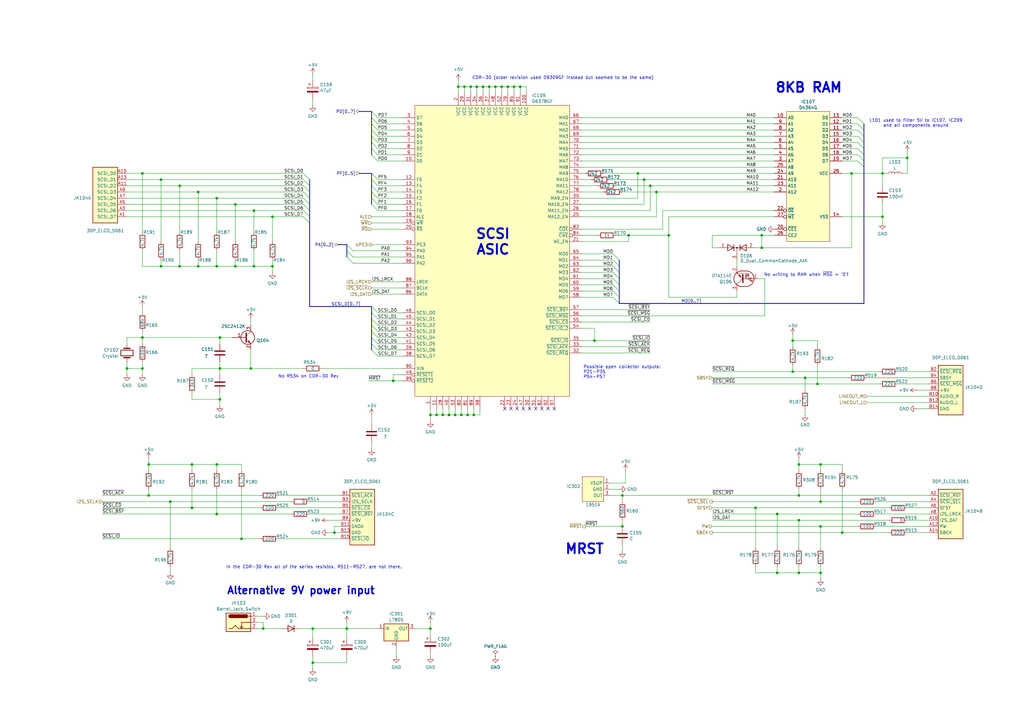
<source format=kicad_sch>
(kicad_sch (version 20231120) (generator "eeschema") (generator_version "8.0")
  (paper "A3")
  (title_block (title "PC-Engine CDR-30A (CD-ROM2) Schematics - MAIN PWR") (date "2024-07-19") (rev "0.2") (company "Author: Regis Galland"))
  (junction (at 111.76 109.22))
  (junction (at 88.9 190.5))
  (junction (at 269.24 78.74))
  (junction (at 187.96 35.56))
  (junction (at 78.74 208.28))
  (junction (at 90.17 163.83))
  (junction (at 213.36 35.56))
  (junction (at 137.16 218.44))
  (junction (at 335.28 157.48))
  (junction (at 88.9 210.82))
  (junction (at 336.55 215.9))
  (junction (at 312.42 96.52))
  (junction (at 176.53 170.18))
  (junction (at 58.42 138.43))
  (junction (at 191.77 170.18))
  (junction (at 99.06 220.98))
  (junction (at 327.66 190.5))
  (junction (at 361.95 71.12))
  (junction (at 107.95 257.81))
  (junction (at 205.74 35.56))
  (junction (at 66.04 109.22))
  (junction (at 255.27 215.9))
  (junction (at 81.28 109.22))
  (junction (at 264.16 73.66))
  (junction (at 336.55 190.5))
  (junction (at 128.27 257.81))
  (junction (at 274.32 96.52))
  (junction (at 111.76 88.9))
  (junction (at 198.12 35.56))
  (junction (at 336.55 234.95))
  (junction (at 361.95 88.9))
  (junction (at 58.42 71.12))
  (junction (at 142.24 257.81))
  (junction (at 327.66 213.36))
  (junction (at 58.42 151.13))
  (junction (at 194.31 170.18))
  (junction (at 327.66 234.95))
  (junction (at 102.87 151.13))
  (junction (at 203.2 35.56))
  (junction (at 195.58 35.56))
  (junction (at 78.74 190.5))
  (junction (at 309.88 208.28))
  (junction (at 181.61 170.18))
  (junction (at 73.66 109.22))
  (junction (at 266.7 76.2))
  (junction (at 318.77 210.82))
  (junction (at 190.5 35.56))
  (junction (at 261.62 71.12))
  (junction (at 81.28 78.74))
  (junction (at 243.84 139.7))
  (junction (at 60.96 190.5))
  (junction (at 96.52 83.82))
  (junction (at 327.66 203.2))
  (junction (at 325.12 152.4))
  (junction (at 104.14 86.36))
  (junction (at 69.85 205.74))
  (junction (at 186.69 170.18))
  (junction (at 90.17 151.13))
  (junction (at 66.04 73.66))
  (junction (at 325.12 139.7))
  (junction (at 96.52 109.22))
  (junction (at 184.15 170.18))
  (junction (at 88.9 109.22))
  (junction (at 336.55 205.74))
  (junction (at 179.07 170.18))
  (junction (at 349.25 71.12))
  (junction (at 330.2 154.94))
  (junction (at 208.28 35.56))
  (junction (at 128.27 271.78))
  (junction (at 104.14 109.22))
  (junction (at 90.17 138.43))
  (junction (at 73.66 76.2))
  (junction (at 189.23 170.18))
  (junction (at 200.66 35.56))
  (junction (at 52.07 151.13))
  (junction (at 161.29 156.21))
  (junction (at 60.96 203.2))
  (junction (at 88.9 81.28))
  (junction (at 176.53 257.81))
  (junction (at 210.82 35.56))
  (junction (at 372.11 64.77))
  (junction (at 193.04 35.56))
  (junction (at 255.27 203.2))
  (junction (at 257.81 96.52))
  (junction (at 318.77 234.95))
  (junction (at 312.42 101.6))
  (junction (at 345.44 218.44))
  (no_connect (at 217.17 167.64))
  (no_connect (at 212.09 167.64))
  (no_connect (at 224.79 167.64))
  (no_connect (at 214.63 167.64))
  (no_connect (at 209.55 167.64))
  (no_connect (at 227.33 167.64))
  (no_connect (at 207.01 167.64))
  (no_connect (at 222.25 167.64))
  (no_connect (at 219.71 167.64))
  (bus_entry (at 152.4 58.42) (size 2.54 2.54))
  (bus_entry (at 127 73.66) (size -2.54 -2.54))
  (bus_entry (at 152.4 60.96) (size 2.54 2.54))
  (bus_entry (at 142.24 105.41) (size 2.54 2.54))
  (bus_entry (at 154.94 76.2) (size -2.54 -2.54))
  (bus_entry (at 351.79 48.26) (size 2.54 2.54))
  (bus_entry (at 152.4 140.97) (size 2.54 2.54))
  (bus_entry (at 351.79 50.8) (size 2.54 2.54))
  (bus_entry (at 154.94 86.36) (size -2.54 -2.54))
  (bus_entry (at 152.4 45.72) (size 2.54 2.54))
  (bus_entry (at 127 76.2) (size -2.54 -2.54))
  (bus_entry (at 251.46 119.38) (size 2.54 2.54))
  (bus_entry (at 251.46 104.14) (size 2.54 2.54))
  (bus_entry (at 127 83.82) (size -2.54 -2.54))
  (bus_entry (at 351.79 55.88) (size 2.54 2.54))
  (bus_entry (at 142.24 102.87) (size 2.54 2.54))
  (bus_entry (at 154.94 78.74) (size -2.54 -2.54))
  (bus_entry (at 152.4 53.34) (size 2.54 2.54))
  (bus_entry (at 154.94 81.28) (size -2.54 -2.54))
  (bus_entry (at 127 86.36) (size -2.54 -2.54))
  (bus_entry (at 152.4 125.73) (size 2.54 2.54))
  (bus_entry (at 152.4 63.5) (size 2.54 2.54))
  (bus_entry (at 351.79 53.34) (size 2.54 2.54))
  (bus_entry (at 152.4 48.26) (size 2.54 2.54))
  (bus_entry (at 251.46 114.3) (size 2.54 2.54))
  (bus_entry (at 251.46 111.76) (size 2.54 2.54))
  (bus_entry (at 152.4 135.89) (size 2.54 2.54))
  (bus_entry (at 152.4 133.35) (size 2.54 2.54))
  (bus_entry (at 154.94 83.82) (size -2.54 -2.54))
  (bus_entry (at 351.79 58.42) (size 2.54 2.54))
  (bus_entry (at 251.46 121.92) (size 2.54 2.54))
  (bus_entry (at 127 81.28) (size -2.54 -2.54))
  (bus_entry (at 251.46 106.68) (size 2.54 2.54))
  (bus_entry (at 251.46 116.84) (size 2.54 2.54))
  (bus_entry (at 152.4 50.8) (size 2.54 2.54))
  (bus_entry (at 152.4 130.81) (size 2.54 2.54))
  (bus_entry (at 351.79 60.96) (size 2.54 2.54))
  (bus_entry (at 127 91.44) (size -2.54 -2.54))
  (bus_entry (at 127 88.9) (size -2.54 -2.54))
  (bus_entry (at 152.4 138.43) (size 2.54 2.54))
  (bus_entry (at 152.4 128.27) (size 2.54 2.54))
  (bus_entry (at 154.94 73.66) (size -2.54 -2.54))
  (bus_entry (at 142.24 100.33) (size 2.54 2.54))
  (bus_entry (at 152.4 55.88) (size 2.54 2.54))
  (bus_entry (at 351.79 63.5) (size 2.54 2.54))
  (bus_entry (at 251.46 109.22) (size 2.54 2.54))
  (bus_entry (at 351.79 66.04) (size 2.54 2.54))
  (bus_entry (at 127 78.74) (size -2.54 -2.54))
  (bus_entry (at 152.4 143.51) (size 2.54 2.54))
  (wire (pts (xy 327.66 190.5) (xy 336.55 190.5)))
  (wire (pts (xy 104.14 86.36) (xy 104.14 95.25)))
  (wire (pts (xy 256.54 193.04) (xy 256.54 198.12)))
  (wire (pts (xy 351.79 53.34) (xy 345.44 53.34)))
  (wire (pts (xy 176.53 170.18) (xy 179.07 170.18)))
  (wire (pts (xy 330.2 154.94) (xy 347.98 154.94)))
  (wire (pts (xy 325.12 139.7) (xy 325.12 137.16)))
  (wire (pts (xy 176.53 172.72) (xy 176.53 170.18)))
  (wire (pts (xy 372.11 62.23) (xy 372.11 64.77)))
  (wire (pts (xy 52.07 148.59) (xy 52.07 151.13)))
  (wire (pts (xy 264.16 73.66) (xy 317.5 73.66)))
  (wire (pts (xy 372.11 64.77) (xy 372.11 71.12)))
  (wire (pts (xy 52.07 153.67) (xy 52.07 151.13)))
  (wire (pts (xy 271.78 86.36) (xy 317.5 86.36)))
  (wire (pts (xy 66.04 109.22) (xy 73.66 109.22)))
  (wire (pts (xy 196.85 170.18) (xy 194.31 170.18)))
  (wire (pts (xy 193.04 38.1) (xy 193.04 35.56)))
  (bus (pts (xy 152.4 76.2) (xy 152.4 78.74)))
  (wire (pts (xy 165.1 153.67) (xy 161.29 153.67)))
  (wire (pts (xy 361.95 64.77) (xy 372.11 64.77)))
  (wire (pts (xy 191.77 167.64) (xy 191.77 170.18)))
  (wire (pts (xy 292.1 210.82) (xy 318.77 210.82)))
  (wire (pts (xy 238.76 71.12) (xy 240.03 71.12)))
  (wire (pts (xy 52.07 83.82) (xy 96.52 83.82)))
  (wire (pts (xy 152.4 181.61) (xy 152.4 184.15)))
  (wire (pts (xy 154.94 257.81) (xy 142.24 257.81)))
  (wire (pts (xy 154.94 53.34) (xy 165.1 53.34)))
  (bus (pts (xy 152.4 58.42) (xy 152.4 60.96)))
  (wire (pts (xy 195.58 38.1) (xy 195.58 35.56)))
  (wire (pts (xy 90.17 151.13) (xy 102.87 151.13)))
  (wire (pts (xy 351.79 48.26) (xy 345.44 48.26)))
  (wire (pts (xy 203.2 38.1) (xy 203.2 35.56)))
  (wire (pts (xy 193.04 35.56) (xy 190.5 35.56)))
  (wire (pts (xy 292.1 213.36) (xy 327.66 213.36)))
  (wire (pts (xy 200.66 38.1) (xy 200.66 35.56)))
  (wire (pts (xy 78.74 190.5) (xy 78.74 193.04)))
  (wire (pts (xy 238.76 88.9) (xy 269.24 88.9)))
  (wire (pts (xy 90.17 163.83) (xy 90.17 166.37)))
  (wire (pts (xy 274.32 121.92) (xy 274.32 96.52)))
  (wire (pts (xy 58.42 102.87) (xy 58.42 109.22)))
  (wire (pts (xy 142.24 257.81) (xy 142.24 255.27)))
  (wire (pts (xy 361.95 71.12) (xy 349.25 71.12)))
  (wire (pts (xy 105.41 255.27) (xy 107.95 255.27)))
  (wire (pts (xy 154.94 83.82) (xy 165.1 83.82)))
  (bus (pts (xy 142.24 102.87) (xy 142.24 100.33)))
  (wire (pts (xy 351.79 210.82) (xy 318.77 210.82)))
  (wire (pts (xy 238.76 114.3) (xy 251.46 114.3)))
  (wire (pts (xy 238.76 111.76) (xy 251.46 111.76)))
  (wire (pts (xy 238.76 73.66) (xy 242.57 73.66)))
  (wire (pts (xy 336.55 190.5) (xy 345.44 190.5)))
  (wire (pts (xy 154.94 58.42) (xy 165.1 58.42)))
  (wire (pts (xy 41.91 203.2) (xy 60.96 203.2)))
  (wire (pts (xy 292.1 157.48) (xy 335.28 157.48)))
  (wire (pts (xy 361.95 91.44) (xy 361.95 88.9)))
  (wire (pts (xy 336.55 234.95) (xy 336.55 237.49)))
  (wire (pts (xy 238.76 66.04) (xy 317.5 66.04)))
  (wire (pts (xy 238.76 119.38) (xy 251.46 119.38)))
  (wire (pts (xy 238.76 58.42) (xy 317.5 58.42)))
  (wire (pts (xy 215.9 35.56) (xy 213.36 35.56)))
  (bus (pts (xy 152.4 138.43) (xy 152.4 140.97)))
  (wire (pts (xy 238.76 68.58) (xy 317.5 68.58)))
  (wire (pts (xy 111.76 88.9) (xy 111.76 99.06)))
  (wire (pts (xy 142.24 257.81) (xy 142.24 261.62)))
  (bus (pts (xy 354.33 55.88) (xy 354.33 58.42)))
  (wire (pts (xy 88.9 81.28) (xy 88.9 95.25)))
  (bus (pts (xy 152.4 128.27) (xy 152.4 130.81)))
  (wire (pts (xy 58.42 71.12) (xy 58.42 95.25)))
  (wire (pts (xy 196.85 167.64) (xy 196.85 170.18)))
  (wire (pts (xy 351.79 63.5) (xy 345.44 63.5)))
  (bus (pts (xy 254 111.76) (xy 254 114.3)))
  (wire (pts (xy 114.3 220.98) (xy 139.7 220.98)))
  (wire (pts (xy 266.7 76.2) (xy 317.5 76.2)))
  (wire (pts (xy 69.85 205.74) (xy 69.85 224.79)))
  (wire (pts (xy 336.55 224.79) (xy 336.55 215.9)))
  (wire (pts (xy 66.04 106.68) (xy 66.04 109.22)))
  (wire (pts (xy 351.79 66.04) (xy 345.44 66.04)))
  (bus (pts (xy 152.4 50.8) (xy 152.4 53.34)))
  (wire (pts (xy 154.94 146.05) (xy 165.1 146.05)))
  (wire (pts (xy 137.16 215.9) (xy 137.16 218.44)))
  (wire (pts (xy 335.28 149.86) (xy 335.28 157.48)))
  (wire (pts (xy 151.13 156.21) (xy 161.29 156.21)))
  (wire (pts (xy 128.27 257.81) (xy 142.24 257.81)))
  (wire (pts (xy 190.5 38.1) (xy 190.5 35.56)))
  (wire (pts (xy 208.28 35.56) (xy 210.82 35.56)))
  (wire (pts (xy 66.04 73.66) (xy 124.46 73.66)))
  (bus (pts (xy 152.4 81.28) (xy 152.4 78.74)))
  (wire (pts (xy 60.96 190.5) (xy 78.74 190.5)))
  (wire (pts (xy 355.6 154.94) (xy 381 154.94)))
  (wire (pts (xy 269.24 88.9) (xy 269.24 78.74)))
  (wire (pts (xy 238.76 63.5) (xy 317.5 63.5)))
  (wire (pts (xy 292.1 208.28) (xy 309.88 208.28)))
  (wire (pts (xy 205.74 35.56) (xy 203.2 35.56)))
  (wire (pts (xy 170.18 257.81) (xy 176.53 257.81)))
  (wire (pts (xy 355.6 165.1) (xy 381 165.1)))
  (wire (pts (xy 238.76 144.78) (xy 266.7 144.78)))
  (wire (pts (xy 238.76 106.68) (xy 251.46 106.68)))
  (wire (pts (xy 250.19 198.12) (xy 256.54 198.12)))
  (bus (pts (xy 254 116.84) (xy 254 119.38)))
  (wire (pts (xy 81.28 109.22) (xy 88.9 109.22)))
  (wire (pts (xy 96.52 109.22) (xy 104.14 109.22)))
  (wire (pts (xy 208.28 38.1) (xy 208.28 35.56)))
  (wire (pts (xy 124.46 78.74) (xy 81.28 78.74)))
  (wire (pts (xy 128.27 261.62) (xy 128.27 257.81)))
  (bus (pts (xy 354.33 58.42) (xy 354.33 60.96)))
  (wire (pts (xy 152.4 88.9) (xy 165.1 88.9)))
  (wire (pts (xy 364.49 213.36) (xy 327.66 213.36)))
  (wire (pts (xy 78.74 163.83) (xy 90.17 163.83)))
  (wire (pts (xy 257.81 99.06) (xy 257.81 96.52)))
  (wire (pts (xy 134.62 213.36) (xy 139.7 213.36)))
  (bus (pts (xy 254 106.68) (xy 254 109.22)))
  (wire (pts (xy 194.31 167.64) (xy 194.31 170.18)))
  (wire (pts (xy 292.1 154.94) (xy 330.2 154.94)))
  (wire (pts (xy 90.17 148.59) (xy 90.17 151.13)))
  (wire (pts (xy 351.79 60.96) (xy 345.44 60.96)))
  (wire (pts (xy 73.66 76.2) (xy 73.66 95.25)))
  (wire (pts (xy 191.77 170.18) (xy 194.31 170.18)))
  (wire (pts (xy 213.36 38.1) (xy 213.36 35.56)))
  (wire (pts (xy 238.76 81.28) (xy 261.62 81.28)))
  (wire (pts (xy 154.94 50.8) (xy 165.1 50.8)))
  (wire (pts (xy 99.06 220.98) (xy 106.68 220.98)))
  (wire (pts (xy 255.27 213.36) (xy 255.27 215.9)))
  (bus (pts (xy 138.43 100.33) (xy 142.24 100.33)))
  (wire (pts (xy 345.44 200.66) (xy 345.44 218.44)))
  (wire (pts (xy 90.17 138.43) (xy 90.17 140.97)))
  (wire (pts (xy 195.58 35.56) (xy 193.04 35.56)))
  (bus (pts (xy 152.4 71.12) (xy 152.4 73.66)))
  (wire (pts (xy 325.12 139.7) (xy 335.28 139.7)))
  (wire (pts (xy 215.9 38.1) (xy 215.9 35.56)))
  (wire (pts (xy 52.07 81.28) (xy 88.9 81.28)))
  (wire (pts (xy 78.74 200.66) (xy 78.74 208.28)))
  (wire (pts (xy 269.24 78.74) (xy 317.5 78.74)))
  (wire (pts (xy 318.77 224.79) (xy 318.77 210.82)))
  (wire (pts (xy 327.66 200.66) (xy 327.66 203.2)))
  (wire (pts (xy 124.46 86.36) (xy 104.14 86.36)))
  (wire (pts (xy 128.27 257.81) (xy 123.19 257.81)))
  (wire (pts (xy 73.66 109.22) (xy 81.28 109.22)))
  (bus (pts (xy 127 125.73) (xy 152.4 125.73)))
  (wire (pts (xy 152.4 115.57) (xy 165.1 115.57)))
  (wire (pts (xy 254 200.66) (xy 250.19 200.66)))
  (wire (pts (xy 274.32 88.9) (xy 317.5 88.9)))
  (wire (pts (xy 238.76 134.62) (xy 243.84 134.62)))
  (wire (pts (xy 335.28 157.48) (xy 360.68 157.48)))
  (bus (pts (xy 254 114.3) (xy 254 116.84)))
  (wire (pts (xy 88.9 190.5) (xy 88.9 193.04)))
  (wire (pts (xy 317.5 96.52) (xy 312.42 96.52)))
  (wire (pts (xy 238.76 116.84) (xy 251.46 116.84)))
  (bus (pts (xy 152.4 55.88) (xy 152.4 58.42)))
  (wire (pts (xy 187.96 35.56) (xy 187.96 38.1)))
  (wire (pts (xy 137.16 218.44) (xy 139.7 218.44)))
  (wire (pts (xy 349.25 101.6) (xy 349.25 71.12)))
  (wire (pts (xy 186.69 167.64) (xy 186.69 170.18)))
  (wire (pts (xy 351.79 215.9) (xy 336.55 215.9)))
  (wire (pts (xy 99.06 200.66) (xy 99.06 220.98)))
  (wire (pts (xy 250.19 73.66) (xy 264.16 73.66)))
  (wire (pts (xy 203.2 35.56) (xy 200.66 35.56)))
  (wire (pts (xy 292.1 218.44) (xy 345.44 218.44)))
  (wire (pts (xy 375.92 160.02) (xy 381 160.02)))
  (wire (pts (xy 238.76 78.74) (xy 247.65 78.74)))
  (wire (pts (xy 144.78 107.95) (xy 165.1 107.95)))
  (wire (pts (xy 78.74 208.28) (xy 106.68 208.28)))
  (wire (pts (xy 165.1 156.21) (xy 161.29 156.21)))
  (wire (pts (xy 96.52 83.82) (xy 96.52 99.06)))
  (wire (pts (xy 198.12 35.56) (xy 195.58 35.56)))
  (wire (pts (xy 361.95 71.12) (xy 361.95 64.77)))
  (bus (pts (xy 254 119.38) (xy 254 121.92)))
  (bus (pts (xy 152.4 45.72) (xy 152.4 48.26)))
  (wire (pts (xy 255.27 203.2) (xy 327.66 203.2)))
  (wire (pts (xy 200.66 35.56) (xy 198.12 35.56)))
  (bus (pts (xy 127 86.36) (xy 127 83.82)))
  (wire (pts (xy 247.65 71.12) (xy 261.62 71.12)))
  (wire (pts (xy 154.94 133.35) (xy 165.1 133.35)))
  (wire (pts (xy 381 208.28) (xy 372.11 208.28)))
  (wire (pts (xy 60.96 200.66) (xy 60.96 203.2)))
  (wire (pts (xy 313.69 114.3) (xy 313.69 129.54)))
  (wire (pts (xy 345.44 218.44) (xy 364.49 218.44)))
  (wire (pts (xy 58.42 71.12) (xy 124.46 71.12)))
  (wire (pts (xy 292.1 96.52) (xy 292.1 101.6)))
  (wire (pts (xy 128.27 269.24) (xy 128.27 271.78)))
  (wire (pts (xy 78.74 151.13) (xy 90.17 151.13)))
  (wire (pts (xy 137.16 215.9) (xy 139.7 215.9)))
  (wire (pts (xy 152.4 100.33) (xy 165.1 100.33)))
  (wire (pts (xy 127 205.74) (xy 139.7 205.74)))
  (wire (pts (xy 152.4 93.98) (xy 165.1 93.98)))
  (wire (pts (xy 238.76 76.2) (xy 245.11 76.2)))
  (wire (pts (xy 381 210.82) (xy 359.41 210.82)))
  (wire (pts (xy 154.94 86.36) (xy 165.1 86.36)))
  (bus (pts (xy 254 121.92) (xy 254 124.46)))
  (wire (pts (xy 238.76 99.06) (xy 257.81 99.06)))
  (wire (pts (xy 189.23 170.18) (xy 191.77 170.18)))
  (wire (pts (xy 154.94 66.04) (xy 165.1 66.04)))
  (bus (pts (xy 152.4 130.81) (xy 152.4 133.35)))
  (wire (pts (xy 238.76 96.52) (xy 245.11 96.52)))
  (wire (pts (xy 88.9 102.87) (xy 88.9 109.22)))
  (wire (pts (xy 240.03 215.9) (xy 255.27 215.9)))
  (wire (pts (xy 264.16 73.66) (xy 264.16 83.82)))
  (wire (pts (xy 81.28 106.68) (xy 81.28 109.22)))
  (bus (pts (xy 354.33 66.04) (xy 354.33 68.58)))
  (wire (pts (xy 88.9 200.66) (xy 88.9 210.82)))
  (wire (pts (xy 58.42 135.89) (xy 58.42 138.43)))
  (wire (pts (xy 162.56 269.24) (xy 162.56 265.43)))
  (wire (pts (xy 190.5 35.56) (xy 187.96 35.56)))
  (wire (pts (xy 238.76 86.36) (xy 266.7 86.36)))
  (wire (pts (xy 309.88 224.79) (xy 309.88 208.28)))
  (bus (pts (xy 147.32 45.72) (xy 152.4 45.72)))
  (wire (pts (xy 186.69 170.18) (xy 189.23 170.18)))
  (wire (pts (xy 238.76 53.34) (xy 317.5 53.34)))
  (wire (pts (xy 318.77 232.41) (xy 318.77 234.95)))
  (wire (pts (xy 78.74 153.67) (xy 78.74 151.13)))
  (wire (pts (xy 189.23 167.64) (xy 189.23 170.18)))
  (bus (pts (xy 127 78.74) (xy 127 76.2)))
  (wire (pts (xy 184.15 170.18) (xy 186.69 170.18)))
  (wire (pts (xy 205.74 38.1) (xy 205.74 35.56)))
  (wire (pts (xy 154.94 130.81) (xy 165.1 130.81)))
  (wire (pts (xy 78.74 190.5) (xy 88.9 190.5)))
  (wire (pts (xy 179.07 167.64) (xy 179.07 170.18)))
  (wire (pts (xy 238.76 104.14) (xy 251.46 104.14)))
  (wire (pts (xy 302.26 106.68) (xy 302.26 109.22)))
  (wire (pts (xy 176.53 257.81) (xy 176.53 260.35)))
  (bus (pts (xy 254 124.46) (xy 354.33 124.46)))
  (bus (pts (xy 254 109.22) (xy 254 111.76)))
  (wire (pts (xy 381 205.74) (xy 359.41 205.74)))
  (wire (pts (xy 336.55 200.66) (xy 336.55 205.74)))
  (wire (pts (xy 154.94 140.97) (xy 165.1 140.97)))
  (wire (pts (xy 327.66 190.5) (xy 327.66 193.04)))
  (wire (pts (xy 58.42 153.67) (xy 58.42 151.13)))
  (wire (pts (xy 69.85 205.74) (xy 119.38 205.74)))
  (wire (pts (xy 198.12 38.1) (xy 198.12 35.56)))
  (bus (pts (xy 147.32 71.12) (xy 152.4 71.12)))
  (wire (pts (xy 381 215.9) (xy 359.41 215.9)))
  (wire (pts (xy 58.42 125.73) (xy 58.42 128.27)))
  (wire (pts (xy 66.04 73.66) (xy 66.04 99.06)))
  (wire (pts (xy 335.28 139.7) (xy 335.28 142.24)))
  (wire (pts (xy 152.4 118.11) (xy 165.1 118.11)))
  (wire (pts (xy 142.24 269.24) (xy 142.24 271.78)))
  (wire (pts (xy 302.26 119.38) (xy 302.26 121.92)))
  (wire (pts (xy 361.95 83.82) (xy 361.95 88.9)))
  (wire (pts (xy 161.29 156.21) (xy 161.29 153.67)))
  (wire (pts (xy 255.27 203.2) (xy 255.27 205.74)))
  (wire (pts (xy 351.79 50.8) (xy 345.44 50.8)))
  (wire (pts (xy 336.55 234.95) (xy 327.66 234.95)))
  (wire (pts (xy 368.3 157.48) (xy 381 157.48)))
  (wire (pts (xy 330.2 160.02) (xy 330.2 154.94)))
  (wire (pts (xy 238.76 93.98) (xy 271.78 93.98)))
  (wire (pts (xy 99.06 190.5) (xy 88.9 190.5)))
  (wire (pts (xy 361.95 71.12) (xy 363.22 71.12)))
  (bus (pts (xy 152.4 135.89) (xy 152.4 138.43)))
  (wire (pts (xy 311.15 114.3) (xy 313.69 114.3)))
  (wire (pts (xy 261.62 71.12) (xy 317.5 71.12)))
  (bus (pts (xy 354.33 63.5) (xy 354.33 66.04)))
  (bus (pts (xy 152.4 60.96) (xy 152.4 63.5)))
  (wire (pts (xy 142.24 271.78) (xy 128.27 271.78)))
  (wire (pts (xy 372.11 71.12) (xy 370.84 71.12)))
  (wire (pts (xy 52.07 73.66) (xy 66.04 73.66)))
  (bus (pts (xy 127 76.2) (xy 127 73.66)))
  (wire (pts (xy 128.27 271.78) (xy 128.27 274.32)))
  (wire (pts (xy 309.88 101.6) (xy 312.42 101.6)))
  (wire (pts (xy 107.95 257.81) (xy 115.57 257.81)))
  (bus (pts (xy 152.4 53.34) (xy 152.4 55.88)))
  (wire (pts (xy 90.17 151.13) (xy 90.17 153.67)))
  (wire (pts (xy 345.44 190.5) (xy 345.44 193.04)))
  (wire (pts (xy 90.17 163.83) (xy 90.17 161.29)))
  (wire (pts (xy 292.1 96.52) (xy 312.42 96.52)))
  (wire (pts (xy 181.61 170.18) (xy 184.15 170.18)))
  (wire (pts (xy 60.96 190.5) (xy 60.96 187.96)))
  (wire (pts (xy 330.2 170.18) (xy 330.2 167.64)))
  (wire (pts (xy 124.46 81.28) (xy 88.9 81.28)))
  (wire (pts (xy 266.7 86.36) (xy 266.7 76.2)))
  (wire (pts (xy 58.42 140.97) (xy 58.42 138.43)))
  (wire (pts (xy 271.78 86.36) (xy 271.78 93.98)))
  (wire (pts (xy 60.96 203.2) (xy 106.68 203.2)))
  (wire (pts (xy 58.42 138.43) (xy 52.07 138.43)))
  (wire (pts (xy 88.9 210.82) (xy 119.38 210.82)))
  (wire (pts (xy 261.62 71.12) (xy 261.62 81.28)))
  (wire (pts (xy 58.42 109.22) (xy 66.04 109.22)))
  (wire (pts (xy 361.95 88.9) (xy 345.44 88.9)))
  (wire (pts (xy 88.9 109.22) (xy 96.52 109.22)))
  (wire (pts (xy 99.06 193.04) (xy 99.06 190.5)))
  (wire (pts (xy 154.94 55.88) (xy 165.1 55.88)))
  (wire (pts (xy 52.07 151.13) (xy 58.42 151.13)))
  (bus (pts (xy 152.4 76.2) (xy 152.4 73.66)))
  (wire (pts (xy 238.76 60.96) (xy 317.5 60.96)))
  (wire (pts (xy 210.82 38.1) (xy 210.82 35.56)))
  (wire (pts (xy 351.79 55.88) (xy 345.44 55.88)))
  (wire (pts (xy 52.07 86.36) (xy 104.14 86.36)))
  (wire (pts (xy 152.4 170.18) (xy 152.4 173.99)))
  (wire (pts (xy 351.79 58.42) (xy 345.44 58.42)))
  (wire (pts (xy 41.91 220.98) (xy 99.06 220.98)))
  (wire (pts (xy 176.53 267.97) (xy 176.53 269.24)))
  (wire (pts (xy 154.94 81.28) (xy 165.1 81.28)))
  (wire (pts (xy 134.62 218.44) (xy 137.16 218.44)))
  (wire (pts (xy 250.19 203.2) (xy 255.27 203.2)))
  (bus (pts (xy 152.4 140.97) (xy 152.4 143.51)))
  (bus (pts (xy 152.4 83.82) (xy 152.4 81.28)))
  (wire (pts (xy 375.92 167.64) (xy 381 167.64)))
  (bus (pts (xy 152.4 133.35) (xy 152.4 135.89)))
  (wire (pts (xy 154.94 128.27) (xy 165.1 128.27)))
  (wire (pts (xy 41.91 208.28) (xy 78.74 208.28)))
  (wire (pts (xy 361.95 71.12) (xy 361.95 76.2)))
  (wire (pts (xy 176.53 167.64) (xy 176.53 170.18)))
  (wire (pts (xy 381 213.36) (xy 372.11 213.36)))
  (wire (pts (xy 325.12 152.4) (xy 325.12 149.86)))
  (bus (pts (xy 354.33 68.58) (xy 354.33 124.46)))
  (wire (pts (xy 179.07 170.18) (xy 181.61 170.18)))
  (wire (pts (xy 41.91 210.82) (xy 88.9 210.82)))
  (bus (pts (xy 142.24 105.41) (xy 142.24 102.87)))
  (wire (pts (xy 325.12 152.4) (xy 360.68 152.4)))
  (wire (pts (xy 312.42 96.52) (xy 312.42 101.6)))
  (bus (pts (xy 127 83.82) (xy 127 81.28)))
  (wire (pts (xy 154.94 48.26) (xy 165.1 48.26)))
  (wire (pts (xy 111.76 106.68) (xy 111.76 109.22)))
  (wire (pts (xy 152.4 91.44) (xy 165.1 91.44)))
  (wire (pts (xy 292.1 215.9) (xy 336.55 215.9)))
  (wire (pts (xy 102.87 151.13) (xy 124.46 151.13)))
  (wire (pts (xy 128.27 40.64) (xy 128.27 43.18)))
  (wire (pts (xy 325.12 139.7) (xy 325.12 142.24)))
  (wire (pts (xy 102.87 130.81) (xy 102.87 133.35)))
  (wire (pts (xy 60.96 190.5) (xy 60.96 193.04)))
  (wire (pts (xy 243.84 139.7) (xy 266.7 139.7)))
  (bus (pts (xy 127 81.28) (xy 127 78.74)))
  (wire (pts (xy 252.73 96.52) (xy 257.81 96.52)))
  (wire (pts (xy 154.94 60.96) (xy 165.1 60.96)))
  (wire (pts (xy 210.82 35.56) (xy 213.36 35.56)))
  (wire (pts (xy 355.6 162.56) (xy 381 162.56)))
  (wire (pts (xy 327.66 234.95) (xy 318.77 234.95)))
  (wire (pts (xy 154.94 143.51) (xy 165.1 143.51)))
  (wire (pts (xy 368.3 152.4) (xy 381 152.4)))
  (wire (pts (xy 52.07 71.12) (xy 58.42 71.12)))
  (wire (pts (xy 187.96 33.02) (xy 187.96 35.56)))
  (wire (pts (xy 132.08 151.13) (xy 165.1 151.13)))
  (wire (pts (xy 41.91 205.74) (xy 69.85 205.74)))
  (bus (pts (xy 127 91.44) (xy 127 125.73)))
  (wire (pts (xy 238.76 55.88) (xy 317.5 55.88)))
  (wire (pts (xy 105.41 257.81) (xy 107.95 257.81)))
  (wire (pts (xy 327.66 224.79) (xy 327.66 213.36)))
  (wire (pts (xy 292.1 205.74) (xy 336.55 205.74)))
  (wire (pts (xy 336.55 234.95) (xy 336.55 232.41)))
  (wire (pts (xy 104.14 102.87) (xy 104.14 109.22)))
  (wire (pts (xy 52.07 76.2) (xy 73.66 76.2)))
  (wire (pts (xy 95.25 138.43) (xy 90.17 138.43)))
  (wire (pts (xy 154.94 73.66) (xy 165.1 73.66)))
  (wire (pts (xy 257.81 96.52) (xy 274.32 96.52)))
  (bus (pts (xy 152.4 125.73) (xy 152.4 128.27)))
  (wire (pts (xy 52.07 78.74) (xy 81.28 78.74)))
  (wire (pts (xy 111.76 109.22) (xy 111.76 111.76)))
  (wire (pts (xy 255.27 223.52) (xy 255.27 226.06)))
  (wire (pts (xy 78.74 161.29) (xy 78.74 163.83)))
  (wire (pts (xy 351.79 205.74) (xy 336.55 205.74)))
  (wire (pts (xy 114.3 208.28) (xy 139.7 208.28)))
  (wire (pts (xy 312.42 101.6) (xy 349.25 101.6)))
  (wire (pts (xy 73.66 102.87) (xy 73.66 109.22)))
  (wire (pts (xy 154.94 76.2) (xy 165.1 76.2)))
  (wire (pts (xy 238.76 142.24) (xy 266.7 142.24)))
  (wire (pts (xy 238.76 83.82) (xy 264.16 83.82)))
  (bus (pts (xy 354.33 60.96) (xy 354.33 63.5)))
  (wire (pts (xy 154.94 135.89) (xy 165.1 135.89)))
  (wire (pts (xy 318.77 234.95) (xy 309.88 234.95)))
  (wire (pts (xy 96.52 106.68) (xy 96.52 109.22)))
  (wire (pts (xy 90.17 138.43) (xy 58.42 138.43)))
  (wire (pts (xy 302.26 121.92) (xy 274.32 121.92)))
  (bus (pts (xy 354.33 50.8) (xy 354.33 53.34)))
  (wire (pts (xy 184.15 167.64) (xy 184.15 170.18)))
  (wire (pts (xy 176.53 255.27) (xy 176.53 257.81)))
  (bus (pts (xy 127 91.44) (xy 127 88.9)))
  (wire (pts (xy 208.28 35.56) (xy 205.74 35.56)))
  (wire (pts (xy 238.76 50.8) (xy 317.5 50.8)))
  (wire (pts (xy 124.46 83.82) (xy 96.52 83.82)))
  (wire (pts (xy 238.76 48.26) (xy 317.5 48.26)))
  (wire (pts (xy 58.42 148.59) (xy 58.42 151.13)))
  (wire (pts (xy 107.95 252.73) (xy 105.41 252.73)))
  (wire (pts (xy 292.1 152.4) (xy 325.12 152.4)))
  (wire (pts (xy 69.85 232.41) (xy 69.85 234.95)))
  (wire (pts (xy 81.28 78.74) (xy 81.28 99.06)))
  (wire (pts (xy 114.3 203.2) (xy 139.7 203.2)))
  (wire (pts (xy 349.25 71.12) (xy 345.44 71.12)))
  (wire (pts (xy 381 218.44) (xy 372.11 218.44)))
  (wire (pts (xy 124.46 88.9) (xy 111.76 88.9)))
  (wire (pts (xy 238.76 132.08) (xy 266.7 132.08)))
  (wire (pts (xy 111.76 88.9) (xy 52.07 88.9)))
  (wire (pts (xy 144.78 105.41) (xy 165.1 105.41)))
  (wire (pts (xy 128.27 30.48) (xy 128.27 33.02)))
  (wire (pts (xy 238.76 121.92) (xy 251.46 121.92)))
  (wire (pts (xy 154.94 63.5) (xy 165.1 63.5)))
  (wire (pts (xy 181.61 167.64) (xy 181.61 170.18)))
  (wire (pts (xy 364.49 208.28) (xy 309.88 208.28)))
  (wire (pts (xy 238.76 109.22) (xy 251.46 109.22)))
  (wire (pts (xy 107.95 255.27) (xy 107.95 257.81)))
  (wire (pts (xy 243.84 134.62) (xy 243.84 139.7)))
  (wire (pts (xy 52.07 138.43) (xy 52.07 140.97)))
  (wire (pts (xy 238.76 139.7) (xy 243.84 139.7)))
  (wire (pts (xy 73.66 76.2) (xy 124.46 76.2)))
  (wire (pts (xy 104.14 109.22) (xy 111.76 109.22)))
  (wire (pts (xy 152.4 120.65) (xy 165.1 120.65)))
  (wire (pts (xy 102.87 143.51) (xy 102.87 151.13)))
  (bus (pts (xy 127 88.9) (xy 127 86.36)))
  (bus (pts (xy 354.33 53.34) (xy 354.33 55.88)))
  (wire (pts (xy 154.94 138.43) (xy 165.1 138.43)))
  (wire (pts (xy 238.76 127) (xy 266.7 127)))
  (wire (pts (xy 327.66 187.96) (xy 327.66 190.5)))
  (bus (pts (xy 152.4 48.26) (xy 152.4 50.8)))
  (wire (pts (xy 309.88 234.95) (xy 309.88 232.41)))
  (wire (pts (xy 336.55 190.5) (xy 336.55 193.04)))
  (wire (pts (xy 127 210.82) (xy 139.7 210.82)))
  (wire (pts (xy 144.78 102.87) (xy 165.1 102.87)))
  (wire (pts (xy 327.66 234.95) (xy 327.66 232.41)))
  (wire (pts (xy 255.27 78.74) (xy 269.24 78.74)))
  (wire (pts (xy 381 203.2) (xy 327.66 203.2)))
  (wire (pts (xy 154.94 78.74) (xy 165.1 78.74)))
  (wire (pts (xy 292.1 101.6) (xy 294.64 101.6)))
  (wire (pts (xy 238.76 129.54) (xy 313.69 129.54)))
  (wire (pts (xy 274.32 96.52) (xy 274.32 88.9)))
  (wire (pts (xy 252.73 76.2) (xy 266.7 76.2)))
  (text "MRST" (at 239.776 225.298 0) (effects (font (size 4 4) (thickness 0.8) (bold yes))))
  (text "No R534 on CDR-30 Rev" (at 126.492 154.432 0) (effects (font (size 1.27 1.27))))
  (text "L101 used to filter 5V to IC107, IC209\nand all components around" (at 375.666 50.546 0) (effects (font (size 1.27 1.27))))
  (text "8KB RAM" (at 331.724 36.068 0) (effects (font (size 4 4) (thickness 0.8) (bold yes))))
  (text "Possible open collector outputs:\nP21-P35\nP54-P57\n" (at 239.268 152.654 0) (effects (font (size 1.27 1.27)) (justify left)))
  (text "No writing to RAM when ~{MSG} = '0'!" (at 330.708 112.776 0) (effects (font (size 1.27 1.27))))
  (text "SCSI\nASIC" (at 202.184 99.314 0) (effects (font (size 4 4) (thickness 0.8) (bold yes))))
  (text "In the CDR-30 Rev all of the series resistos, R511-R527, are not there." (at 128.778 232.664 0) (effects (font (size 1.27 1.27))))
  (text "Alternative 9V power input" (at 123.444 244.094 0) (effects (font (size 3 3) (thickness 0.6) (bold yes)) (justify bottom)))
  (text "CDR-30 (older revision used D9309GF instead but seemed to be the same)" (at 230.886 32.004 0) (effects (font (size 1.27 1.27))))
  (label "MD2" (at 345.44 53.34 0))
  (label "SCSI_D1" (at 124.46 73.66 180))
  (label "MA10" (at 306.07 73.66 0))
  (label "PA1" (at 156.21 105.41 0))
  (label "SCSI_D6" (at 124.46 86.36 180))
  (label "MD[0..7]" (at 279.4 124.46 0))
  (label "MD1" (at 345.44 50.8 0))
  (label "I2S_DAT" (at 292.1 213.36 0))
  (label "MA9" (at 306.07 71.12 0))
  (label "~{SCSI_RST}" (at 292.1 203.2 0))
  (label "~{SCSI_CD}" (at 266.7 132.08 180))
  (label "PD3" (at 154.94 58.42 0))
  (label "PD6" (at 154.94 50.8 0))
  (label "~{MRST}" (at 240.03 215.9 0))
  (label "MD5" (at 345.44 60.96 0))
  (label "MA3" (at 306.07 55.88 0))
  (label "~{MRST}" (at 151.13 156.21 0))
  (label "~{SCSI_IO}" (at 266.7 139.7 180))
  (label "MA0" (at 306.07 48.26 0))
  (label "SCSI_D5" (at 154.94 140.97 0))
  (label "MD4" (at 251.46 114.3 180))
  (label "PD1" (at 154.94 63.5 0))
  (label "SCSI_D[0..7]" (at 135.89 125.73 0))
  (label "PD7" (at 154.94 48.26 0))
  (label "MA1" (at 306.07 50.8 0))
  (label "PD0" (at 154.94 66.04 0))
  (label "PF5" (at 154.94 73.66 0))
  (label "SCSI_D4" (at 154.94 138.43 0))
  (label "I2S_LRCK" (at 292.1 210.82 0))
  (label "~{SCSI_REQ}" (at 292.1 152.4 0))
  (label "SCSI_D3" (at 124.46 78.74 180))
  (label "MD0" (at 251.46 104.14 180))
  (label "MD0" (at 345.44 48.26 0))
  (label "PA2" (at 156.21 107.95 0))
  (label "SCSI_D7" (at 154.94 146.05 0))
  (label "SCSI_D4" (at 124.46 81.28 180))
  (label "MA7" (at 306.07 66.04 0))
  (label "MD5" (at 251.46 116.84 180))
  (label "~{SCSI_BSY}" (at 41.91 210.82 0))
  (label "PF1" (at 154.94 83.82 0))
  (label "PD5" (at 154.94 53.34 0))
  (label "PA0" (at 156.21 102.87 0))
  (label "SCSI_D3" (at 154.94 135.89 0))
  (label "~{SCSI_MSG}" (at 266.7 129.54 180))
  (label "SCSI_D0" (at 124.46 71.12 180))
  (label "~{SCSI_ACK}" (at 41.91 203.2 0))
  (label "MA8" (at 306.07 68.58 0))
  (label "MA6" (at 306.07 63.5 0))
  (label "I2S_LRCK" (at 152.4 115.57 0))
  (label "MA11" (at 306.07 76.2 0))
  (label "MD6" (at 251.46 119.38 180))
  (label "PD4" (at 154.94 55.88 0))
  (label "PF3" (at 154.94 78.74 0))
  (label "SCSI_D1" (at 154.94 130.81 0))
  (label "MD7" (at 345.44 66.04 0))
  (label "PF0" (at 154.94 86.36 0))
  (label "SCSI_D2" (at 124.46 76.2 180))
  (label "PD2" (at 154.94 60.96 0))
  (label "SCSI_D2" (at 154.94 133.35 0))
  (label "SCSI_D6" (at 154.94 143.51 0))
  (label "MD3" (at 251.46 111.76 180))
  (label "PF2" (at 154.94 81.28 0))
  (label "MD6" (at 345.44 63.5 0))
  (label "SCSI_D0" (at 154.94 128.27 0))
  (label "MD3" (at 345.44 55.88 0))
  (label "MA2" (at 306.07 53.34 0))
  (label "MD2" (at 251.46 109.22 180))
  (label "~{SCSI_IO}" (at 41.91 220.98 0))
  (label "MA4" (at 306.07 58.42 0))
  (label "~{SCSI_BSY}" (at 266.7 127 180))
  (label "MD4" (at 345.44 58.42 0))
  (label "~{SCSI_MSG}" (at 292.1 157.48 0))
  (label "MA12" (at 306.07 78.74 0))
  (label "I2S_DAT" (at 152.4 120.65 0))
  (label "PF4" (at 154.94 76.2 0))
  (label "~{SCSI_REQ}" (at 266.7 144.78 180))
  (label "SCSI_D7" (at 124.46 88.9 180))
  (label "SCSI_D5" (at 124.46 83.82 180))
  (label "~{SCSI_ACK}" (at 266.7 142.24 180))
  (label "MD7" (at 251.46 121.92 180))
  (label "MA5" (at 306.07 60.96 0))
  (label "~{SCSI_CD}" (at 41.91 208.28 0))
  (label "MD1" (at 251.46 106.68 180))
  (hierarchical_label "~{WR}" (shape input) (at 152.4 91.44 180))
  (hierarchical_label "ALE" (shape input) (at 152.4 88.9 180))
  (hierarchical_label "I2S_LRCK" (shape input) (at 152.4 115.57 180))
  (hierarchical_label "PF[0..5]" (shape input) (at 147.32 71.12 180))
  (hierarchical_label "SFSY" (shape input) (at 292.1 208.28 180))
  (hierarchical_label "LINEOUT_L" (shape input) (at 355.6 165.1 180))
  (hierarchical_label "~{MRST}" (shape output) (at 240.03 215.9 180))
  (hierarchical_label "SBSY" (shape input) (at 292.1 154.94 180))
  (hierarchical_label "UPC3" (shape output) (at 152.4 100.33 180))
  (hierarchical_label "~{SCSI_SEL}" (shape output) (at 292.1 205.74 180))
  (hierarchical_label "PD[0..7]" (shape bidirectional) (at 147.32 45.72 180))
  (hierarchical_label "LINEOUT_R" (shape input) (at 355.6 162.56 180))
  (hierarchical_label "~{I2S_SCLK}" (shape input) (at 152.4 118.11 180))
  (hierarchical_label "I2S_DAT" (shape input) (at 152.4 120.65 180))
  (hierarchical_label "PW" (shape input) (at 292.1 215.9 180))
  (hierarchical_label "I2S_SCLK" (shape input) (at 41.91 205.74 180))
  (hierarchical_label "SBCK" (shape output) (at 292.1 218.44 180))
  (hierarchical_label "PA[0..2]" (shape bidirectional) (at 138.43 100.33 180))
  (hierarchical_label "~{RD}" (shape input) (at 152.4 93.98 180))
  (symbol (lib_id "Device:R") (at 325.12 146.05 0) (mirror x) (unit 1)
    (property "Reference" "R193" (at 331.724 145.034 0) (effects (justify right)))
    (property "Value" "4.7k" (at 325.12 148.082 90) (effects (justify right)))
    (property "Footprint" "Resistor_SMD:R_0603_1608Metric" (effects (hide yes)))
  )
  (symbol (lib_id "power:+5V") (at 152.4 170.18 0) (mirror y) (unit 1)
    (property "Reference" "#PWR0164" (effects (hide yes)))
    (property "Value" "+5V" (at 152.4 166.37 0))
    (property "Description" "Power symbol creates a global label with name \"+5V\"" (effects (hide yes)))
  )
  (symbol (lib_id "power:+9V") (at 375.92 160.02 90) (unit 1)
    (property "Reference" "#PWR0151" (effects (hide yes)))
    (property "Value" "+9V" (at 372.7451 160.02 90) (effects (justify left)))
    (property "Description" "Power symbol creates a global label with name \"+9V\"" (effects (hide yes)))
  )
  (symbol (lib_id "power:+5V") (at 102.87 130.81 0) (mirror y) (unit 1)
    (property "Reference" "#PWR0163" (effects (hide yes)))
    (property "Value" "+5V" (at 102.87 127 0))
    (property "Description" "Power symbol creates a global label with name \"+5V\"" (effects (hide yes)))
  )
  (symbol (lib_id "PC-Engine_CDR-30:30P_ELCO_5061") (at 381 200.66 0) (unit 2)
    (property "Reference" "JK104" (at 395.732 209.6078 0) (effects (justify left)))
    (property "Value" "30P_ELCO_5061" (at 389.89 197.485 0))
    (property "Datasheet" "https://mm.digikey.com/Volume0/opasdata/d220001/medias/docus/199/5061_5072_Series_Datasheet.pdf" (effects (hide yes)))
    (property "Description" "30 Position Connector Plug, Center Strip Contacts Through Hole, Right Angle 1.27mm" (effects (hide yes)))
    (property "Manufacturer" "KYOCERA AVX" (effects (hide yes)))
    (property "Manufacturer Part Number" "105061030103856+" (effects (hide yes)))
    (property "Supplier" "Digikey" (effects (hide yes)))
    (property "Supplier Part Number" "478-105061030103856+-ND" (effects (hide yes)))
  )
  (symbol (lib_id "PC-Engine_CDR-30:1951A") (at 250.19 198.12 0) (mirror y) (unit 1)
    (property "Reference" "IC302" (at 238.0488 199.4478 0) (effects (justify left)))
    (property "Value" "1951A" (at 243.205 207.01 0))
    (property "Footprint" "Package_TO_SOT_SMD:SOT-89-3" (effects (hide yes)))
  )
  (symbol (lib_id "power:+5V") (at 325.12 137.16 0) (unit 1)
    (property "Reference" "#PWR0149" (effects (hide yes)))
    (property "Value" "+5V" (at 325.12 133.5842 0))
    (property "Description" "Power symbol creates a global label with name \"+5V\"" (effects (hide yes)))
  )
  (symbol (lib_id "power:GND") (at 336.55 237.49 0) (mirror y) (unit 1)
    (property "Reference" "#PWR0123" (effects (hide yes)))
    (property "Value" "GND" (at 336.55 241.9334 0))
    (property "Description" "Power symbol creates a global label with name \"GND\" , ground" (effects (hide yes)))
  )
  (symbol (lib_id "power:GND") (at 255.27 226.06 0) (unit 1)
    (property "Reference" "#PWR03" (effects (hide yes)))
    (property "Value" "GND" (at 255.27 230.5034 0))
    (property "Description" "Power symbol creates a global label with name \"GND\" , ground" (effects (hide yes)))
  )
  (symbol (lib_id "Device:R") (at 368.3 208.28 270) (mirror x) (unit 1)
    (property "Reference" "R527" (at 376.174 207.264 90) (effects (justify right)))
    (property "Value" "100" (at 370.332 208.28 90) (effects (justify right)))
    (property "Footprint" "Resistor_SMD:R_0603_1608Metric" (effects (hide yes)))
  )
  (symbol (lib_id "Device:C") (at 361.95 80.01 0) (unit 1)
    (property "Reference" "C153" (at 367.03 78.105 0))
    (property "Value" "100nF" (at 367.665 80.645 0))
    (property "Footprint" "Capacitor_SMD:C_0603_1608Metric" (effects (hide yes)))
  )
  (symbol (lib_id "Device:Crystal") (at 52.07 144.78 270) (mirror x) (unit 1)
    (property "Reference" "CF102" (at 48.7426 143.5678 90) (effects (justify right)))
    (property "Value" "Crystal" (at 48.7426 145.9921 90) (effects (justify right)))
    (property "Description" "Two pin crystal" (effects (hide yes)))
  )
  (symbol (lib_id "Device:R") (at 58.42 144.78 0) (mirror y) (unit 1)
    (property "Reference" "R166" (at 59.69 144.526 0) (effects (justify right)))
    (property "Value" "100k" (at 58.42 142.24 90) (effects (justify right)))
    (property "Footprint" "Resistor_SMD:R_0603_1608Metric" (effects (hide yes)))
  )
  (symbol (lib_id "Device:R") (at 81.28 102.87 180) (unit 1)
    (property "Reference" "R188" (at 81.534 106.68 0) (effects (justify right)))
    (property "Value" "4.7k" (at 81.28 104.902 90) (effects (justify right)))
    (property "Footprint" "Resistor_SMD:R_0603_1608Metric" (effects (hide yes)))
  )
  (symbol (lib_id "Device:R") (at 128.27 151.13 270) (mirror x) (unit 1)
    (property "Reference" "R534" (at 129.54 148.59 90) (effects (justify right)))
    (property "Value" "0" (at 129.032 151.13 90) (effects (justify right)))
    (property "Footprint" "Resistor_SMD:R_0603_1608Metric" (effects (hide yes)))
  )
  (symbol (lib_id "Device:R") (at 123.19 205.74 270) (mirror x) (unit 1)
    (property "Reference" "R514" (at 131.064 204.724 90) (effects (justify right)))
    (property "Value" "0" (at 125.222 205.74 90) (effects (justify right)))
    (property "Footprint" "Resistor_SMD:R_0603_1608Metric" (effects (hide yes)))
  )
  (symbol (lib_id "Device:R") (at 327.66 196.85 180) (unit 1)
    (property "Reference" "R308" (at 329.184 196.85 0) (effects (justify right)))
    (property "Value" "4.7k" (at 327.66 198.882 90) (effects (justify right)))
    (property "Footprint" "Resistor_SMD:R_0603_1608Metric" (effects (hide yes)))
  )
  (symbol (lib_id "Device:R") (at 104.14 99.06 0) (mirror y) (unit 1)
    (property "Reference" "R185" (at 104.394 95.25 0) (effects (justify right)))
    (property "Value" "4.7k" (at 104.14 97.282 90) (effects (justify right)))
    (property "Footprint" "Resistor_SMD:R_0603_1608Metric" (effects (hide yes)))
  )
  (symbol (lib_id "power:GND") (at 69.85 234.95 0) (unit 1)
    (property "Reference" "#PWR0148" (effects (hide yes)))
    (property "Value" "GND" (at 69.85 239.014 0))
    (property "Description" "Power symbol creates a global label with name \"GND\" , ground" (effects (hide yes)))
  )
  (symbol (lib_id "power:+5V") (at 176.53 255.27 0) (unit 1)
    (property "Reference" "#PWR020" (effects (hide yes)))
    (property "Value" "+5V" (at 176.53 251.6942 0))
    (property "Description" "Power symbol creates a global label with name \"+5V\"" (effects (hide yes)))
  )
  (symbol (lib_id "Device:R") (at 69.85 228.6 0) (mirror y) (unit 1)
    (property "Reference" "R196" (at 63.246 229.616 0) (effects (justify right)))
    (property "Value" "4.7k" (at 69.85 226.568 90) (effects (justify right)))
    (property "Footprint" "Resistor_SMD:R_0603_1608Metric" (effects (hide yes)))
  )
  (symbol (lib_id "PC-Engine_CDR-30:2SC2412K") (at 100.33 138.43 0) (unit 1)
    (property "Reference" "Q104" (at 105.1814 139.6422 0) (effects (justify left)))
    (property "Value" "2SC2412K" (at 90.678 133.858 0) (effects (justify left)))
    (property "Footprint" "Package_TO_SOT_SMD:SOT-23" (effects (hide yes)))
    (property "Datasheet" "https://fscdn.rohm.com/en/products/databook/datasheet/discrete/transistor/bipolar/2sc4617e3-e.pdf" (effects (hide yes)))
    (property "Description" "NPN transistor, base/emitter/collector, makring BR22, SOT-23" (effects (hide yes)))
    (property "Sim.Device" "PNP" (effects (hide yes)))
    (property "Sim.Type" "GUMMELPOON" (effects (hide yes)))
    (property "Sim.Pins" "1=C 2=B 3=E" (effects (hide yes)))
  )
  (symbol (lib_id "Device:R") (at 336.55 196.85 0) (mirror x) (unit 1)
    (property "Reference" "R194" (at 343.154 195.834 0) (effects (justify right)))
    (property "Value" "4.7k" (at 336.55 198.882 90) (effects (justify right)))
    (property "Footprint" "Resistor_SMD:R_0603_1608Metric" (effects (hide yes)))
  )
  (symbol (lib_id "power:+5V") (at 128.27 30.48 0) (unit 1)
    (property "Reference" "#PWR0145" (effects (hide yes)))
    (property "Value" "+5V" (at 128.27 26.67 0))
    (property "Description" "Power symbol creates a global label with name \"+5V\"" (effects (hide yes)))
  )
  (symbol (lib_id "Device:R") (at 60.96 196.85 0) (unit 1)
    (property "Reference" "R192" (at 67.564 197.612 0) (effects (justify right)))
    (property "Value" "4.7k" (at 60.96 194.564 90) (effects (justify right)))
    (property "Footprint" "Resistor_SMD:R_0603_1608Metric" (effects (hide yes)))
  )
  (symbol (lib_id "power:GND") (at 203.2 269.24 0) (unit 1)
    (property "Reference" "#PWR075" (effects (hide yes)))
    (property "Value" "GND" (at 203.2 273.6834 0))
    (property "Description" "Power symbol creates a global label with name \"GND\" , ground" (effects (hide yes)))
  )
  (symbol (lib_id "Device:R") (at 58.42 99.06 0) (mirror y) (unit 1)
    (property "Reference" "R191" (at 58.674 95.25 0) (effects (justify right)))
    (property "Value" "4.7k" (at 58.42 97.028 90) (effects (justify right)))
    (property "Footprint" "Resistor_SMD:R_0603_1608Metric" (effects (hide yes)))
  )
  (symbol (lib_id "Device:R") (at 78.74 196.85 0) (unit 1)
    (property "Reference" "R181" (at 85.344 197.612 0) (effects (justify right)))
    (property "Value" "4.7k" (at 78.74 194.818 90) (effects (justify right)))
    (property "Footprint" "Resistor_SMD:R_0603_1608Metric" (effects (hide yes)))
  )
  (symbol (lib_id "Device:R") (at 335.28 146.05 0) (unit 1)
    (property "Reference" "R182" (at 341.884 147.066 0) (effects (justify right)))
    (property "Value" "4.7k" (at 335.28 144.018 90) (effects (justify right)))
    (property "Footprint" "Resistor_SMD:R_0603_1608Metric" (effects (hide yes)))
  )
  (symbol (lib_id "power:GND") (at 128.27 43.18 0) (unit 1)
    (property "Reference" "#PWR0146" (effects (hide yes)))
    (property "Value" "GND" (at 128.27 47.6234 0))
    (property "Description" "Power symbol creates a global label with name \"GND\" , ground" (effects (hide yes)))
  )
  (symbol (lib_id "PC-Engine_CDR-30:D4364G") (at 331.47 48.26 0) (unit 1)
    (property "Reference" "IC107" (at 331.47 41.7025 0))
    (property "Value" "D4364G" (at 331.47 44.1268 0))
    (property "Footprint" "Package_SO:SOIC-28W_7.5x17.9mm_P1.27mm" (effects (hide yes)))
  )
  (symbol (lib_id "Device:R") (at 255.27 209.55 0) (mirror x) (unit 1)
    (property "Reference" "R160" (at 261.874 209.55 0) (effects (justify right)))
    (property "Value" "560" (at 255.27 211.201 90) (effects (justify right)))
    (property "Footprint" "Resistor_SMD:R_0603_1608Metric" (effects (hide yes)))
  )
  (symbol (lib_id "Device:R") (at 355.6 205.74 270) (mirror x) (unit 1)
    (property "Reference" "R526" (at 363.474 204.724 90) (effects (justify right)))
    (property "Value" "220" (at 357.632 205.74 90) (effects (justify right)))
    (property "Footprint" "Resistor_SMD:R_0603_1608Metric" (effects (hide yes)))
  )
  (symbol (lib_id "Device:R") (at 99.06 196.85 0) (unit 1)
    (property "Reference" "R180" (at 105.664 197.612 0) (effects (justify right)))
    (property "Value" "4.7k" (at 99.06 194.564 90) (effects (justify right)))
    (property "Footprint" "Resistor_SMD:R_0603_1608Metric" (effects (hide yes)))
  )
  (symbol (lib_id "Device:R") (at 368.3 213.36 270) (mirror x) (unit 1)
    (property "Reference" "R516" (at 376.174 212.344 90) (effects (justify right)))
    (property "Value" "0" (at 370.332 213.36 90) (effects (justify right)))
    (property "Footprint" "Resistor_SMD:R_0603_1608Metric" (effects (hide yes)))
  )
  (symbol (lib_id "Device:R") (at 110.49 208.28 270) (mirror x) (unit 1)
    (property "Reference" "R525" (at 118.364 207.264 90) (effects (justify right)))
    (property "Value" "220" (at 112.522 208.28 90) (effects (justify right)))
    (property "Footprint" "Resistor_SMD:R_0603_1608Metric" (effects (hide yes)))
  )
  (symbol (lib_id "Device:R") (at 364.49 152.4 270) (mirror x) (unit 1)
    (property "Reference" "R520" (at 372.364 151.384 90) (effects (justify right)))
    (property "Value" "220" (at 366.522 152.4 90) (effects (justify right)))
    (property "Footprint" "Resistor_SMD:R_0603_1608Metric" (effects (hide yes)))
  )
  (symbol (lib_id "Device:R") (at 58.42 132.08 0) (unit 1)
    (property "Reference" "R165" (at 64.77 133.35 0) (effects (justify right)))
    (property "Value" "68k" (at 58.42 130.556 90) (effects (justify right)))
    (property "Footprint" "Resistor_SMD:R_0603_1608Metric" (effects (hide yes)))
  )
  (symbol (lib_id "Device:R") (at 88.9 196.85 0) (unit 1)
    (property "Reference" "R183" (at 95.504 197.612 0) (effects (justify right)))
    (property "Value" "4.7k" (at 88.9 194.564 90) (effects (justify right)))
    (property "Footprint" "Resistor_SMD:R_0603_1608Metric" (effects (hide yes)))
  )
  (symbol (lib_id "Device:R") (at 111.76 102.87 180) (unit 1)
    (property "Reference" "R184" (at 112.014 106.68 0) (effects (justify right)))
    (property "Value" "4.7k" (at 111.76 104.902 90) (effects (justify right)))
    (property "Footprint" "Resistor_SMD:R_0603_1608Metric" (effects (hide yes)))
  )
  (symbol (lib_id "power:GND") (at 90.17 166.37 0) (mirror y) (unit 1)
    (property "Reference" "#PWR0169" (effects (hide yes)))
    (property "Value" "GND" (at 90.17 170.8134 0))
    (property "Description" "Power symbol creates a global label with name \"GND\" , ground" (effects (hide yes)))
  )
  (symbol (lib_id "PC-Engine_CDR-30:30P_ELCO_5061") (at 381 149.86 0) (unit 4)
    (property "Reference" "JK104" (at 395.732 158.8078 0) (effects (justify left)))
    (property "Value" "30P_ELCO_5061" (at 389.89 146.685 0))
    (property "Datasheet" "https://mm.digikey.com/Volume0/opasdata/d220001/medias/docus/199/5061_5072_Series_Datasheet.pdf" (effects (hide yes)))
    (property "Description" "30 Position Connector Plug, Center Strip Contacts Through Hole, Right Angle 1.27mm" (effects (hide yes)))
    (property "Manufacturer" "KYOCERA AVX" (effects (hide yes)))
    (property "Manufacturer Part Number" "105061030103856+" (effects (hide yes)))
    (property "Supplier" "Digikey" (effects (hide yes)))
    (property "Supplier Part Number" "478-105061030103856+-ND" (effects (hide yes)))
  )
  (symbol (lib_id "power:+5V") (at 327.66 187.96 0) (unit 1)
    (property "Reference" "#PWR0121" (effects (hide yes)))
    (property "Value" "+5V" (at 327.66 184.3842 0))
    (property "Description" "Power symbol creates a global label with name \"+5V\"" (effects (hide yes)))
  )
  (symbol (lib_id "Device:C_Polarized") (at 128.27 265.43 0) (unit 1)
    (property "Reference" "C301" (at 131.191 263.3288 0) (effects (justify left)))
    (property "Value" "470uF" (at 131.191 265.7531 0) (effects (justify left)))
    (property "Footprint" "Capacitor_SMD:CP_Elec_8x10.5" (effects (hide yes)))
    (property "Description" "Polarized capacitor" (effects (hide yes)))
  )
  (symbol (lib_id "power:PWR_FLAG") (at 203.2 269.24 0) (unit 1)
    (property "Reference" "#FLG03" (effects (hide yes)))
    (property "Value" "PWR_FLAG" (at 203.2 265.1069 0))
    (property "Description" "Special symbol for telling ERC where power comes from" (effects (hide yes)))
  )
  (symbol (lib_id "Device:R") (at 110.49 220.98 270) (mirror x) (unit 1)
    (property "Reference" "R524" (at 118.364 219.964 90) (effects (justify right)))
    (property "Value" "220" (at 112.522 220.98 90) (effects (justify right)))
    (property "Footprint" "Resistor_SMD:R_0603_1608Metric" (effects (hide yes)))
  )
  (symbol (lib_id "power:GND") (at 162.56 269.24 0) (unit 1)
    (property "Reference" "#PWR021" (effects (hide yes)))
    (property "Value" "GND" (at 162.56 273.6834 0))
    (property "Description" "Power symbol creates a global label with name \"GND\" , ground" (effects (hide yes)))
  )
  (symbol (lib_id "power:GND") (at 107.95 252.73 90) (unit 1)
    (property "Reference" "#PWR018" (effects (hide yes)))
    (property "Value" "GND" (at 113.03 252.73 90))
    (property "Description" "Power symbol creates a global label with name \"GND\" , ground" (effects (hide yes)))
  )
  (symbol (lib_id "Device:C") (at 90.17 144.78 0) (mirror x) (unit 1)
    (property "Reference" "C151" (at 85.09 143.256 0))
    (property "Value" "?" (at 84.582 146.05 0))
    (property "Footprint" "Capacitor_SMD:C_0603_1608Metric" (effects (hide yes)))
  )
  (symbol (lib_id "Device:R") (at 327.66 228.6 180) (unit 1)
    (property "Reference" "R176" (at 321.056 227.584 0) (effects (justify right)))
    (property "Value" "4.7k" (at 327.66 230.632 90) (effects (justify right)))
    (property "Footprint" "Resistor_SMD:R_0603_1608Metric" (effects (hide yes)))
  )
  (symbol (lib_id "Device:C_Polarized") (at 128.27 36.83 0) (unit 1)
    (property "Reference" "C159" (at 131.191 34.7288 0) (effects (justify left)))
    (property "Value" "47uF" (at 131.191 37.1531 0) (effects (justify left)))
    (property "Footprint" "Capacitor_SMD:CP_Elec_5x5.4" (effects (hide yes)))
  )
  (symbol (lib_id "Device:R") (at 110.49 203.2 270) (mirror x) (unit 1)
    (property "Reference" "R521" (at 118.364 202.184 90) (effects (justify right)))
    (property "Value" "220" (at 112.522 203.2 90) (effects (justify right)))
    (property "Footprint" "Resistor_SMD:R_0603_1608Metric" (effects (hide yes)))
  )
  (symbol (lib_id "power:+5V") (at 372.11 62.23 0) (unit 1)
    (property "Reference" "#PWR0158" (effects (hide yes)))
    (property "Value" "+5V" (at 372.11 58.42 0))
    (property "Description" "Power symbol creates a global label with name \"+5V\"" (effects (hide yes)))
  )
  (symbol (lib_id "power:+5V") (at 256.54 193.04 0) (unit 1)
    (property "Reference" "#PWR01" (effects (hide yes)))
    (property "Value" "+5V" (at 256.54 189.23 0))
    (property "Description" "Power symbol creates a global label with name \"+5V\"" (effects (hide yes)))
  )
  (symbol (lib_id "power:GND") (at 330.2 170.18 0) (unit 1)
    (property "Reference" "#PWR0153" (effects (hide yes)))
    (property "Value" "GND" (at 330.2 174.244 0))
    (property "Description" "Power symbol creates a global label with name \"GND\" , ground" (effects (hide yes)))
  )
  (symbol (lib_id "Device:R") (at 88.9 99.06 0) (mirror y) (unit 1)
    (property "Reference" "R187" (at 89.154 95.25 0) (effects (justify right)))
    (property "Value" "4.7k" (at 88.9 97.028 90) (effects (justify right)))
    (property "Footprint" "Resistor_SMD:R_0603_1608Metric" (effects (hide yes)))
  )
  (symbol (lib_id "Device:R") (at 351.79 154.94 270) (mirror x) (unit 1)
    (property "Reference" "R519" (at 359.664 153.924 90) (effects (justify right)))
    (property "Value" "220" (at 353.822 154.94 90) (effects (justify right)))
    (property "Footprint" "Resistor_SMD:R_0603_1608Metric" (effects (hide yes)))
  )
  (symbol (lib_id "power:GND") (at 176.53 269.24 0) (unit 1)
    (property "Reference" "#PWR022" (effects (hide yes)))
    (property "Value" "GND" (at 176.53 273.6834 0))
    (property "Description" "Power symbol creates a global label with name \"GND\" , ground" (effects (hide yes)))
  )
  (symbol (lib_id "Device:C") (at 90.17 157.48 0) (mirror x) (unit 1)
    (property "Reference" "C150" (at 85.09 155.956 0))
    (property "Value" "?" (at 84.582 158.75 0))
    (property "Footprint" "Capacitor_SMD:C_0603_1608Metric" (effects (hide yes)))
  )
  (symbol (lib_id "Device:R") (at 243.84 71.12 270) (mirror x) (unit 1)
    (property "Reference" "R171" (at 251.714 70.104 90) (effects (justify right)))
    (property "Value" "2k2" (at 245.11 71.12 90) (effects (justify right)))
    (property "Footprint" "Resistor_SMD:R_0603_1608Metric" (effects (hide yes)))
  )
  (symbol (lib_id "Device:R") (at 78.74 157.48 180) (unit 1)
    (property "Reference" "R167" (at 72.39 156.21 0) (effects (justify right)))
    (property "Value" "3k3" (at 78.74 159.004 90) (effects (justify right)))
    (property "Footprint" "Resistor_SMD:R_0603_1608Metric" (effects (hide yes)))
  )
  (symbol (lib_id "power:GND") (at 317.5 93.98 270) (unit 1)
    (property "Reference" "#PWR0160" (effects (hide yes)))
    (property "Value" "GND" (at 314.3251 93.98 90) (effects (justify right)))
    (property "Description" "Power symbol creates a global label with name \"GND\" , ground" (effects (hide yes)))
  )
  (symbol (lib_id "power:GND") (at 375.92 167.64 270) (mirror x) (unit 1)
    (property "Reference" "#PWR0152" (effects (hide yes)))
    (property "Value" "GND" (at 370.84 167.64 90))
    (property "Description" "Power symbol creates a global label with name \"GND\" , ground" (effects (hide yes)))
  )
  (symbol (lib_id "Device:C") (at 152.4 177.8 180) (unit 1)
    (property "Reference" "C152" (at 157.48 176.276 0))
    (property "Value" "?" (at 157.988 179.07 0))
    (property "Footprint" "Capacitor_SMD:C_0603_1608Metric" (effects (hide yes)))
  )
  (symbol (lib_id "Device:R") (at 123.19 210.82 270) (mirror x) (unit 1)
    (property "Reference" "R523" (at 131.064 209.804 90) (effects (justify right)))
    (property "Value" "220" (at 125.222 210.82 90) (effects (justify right)))
    (property "Footprint" "Resistor_SMD:R_0603_1608Metric" (effects (hide yes)))
  )
  (symbol (lib_id "power:GND") (at 176.53 172.72 0) (unit 1)
    (property "Reference" "#PWR0165" (effects (hide yes)))
    (property "Value" "GND" (at 176.53 177.1634 0))
    (property "Description" "Power symbol creates a global label with name \"GND\" , ground" (effects (hide yes)))
  )
  (symbol (lib_id "PC-Engine_CDR-30:30P_ELCO_5061") (at 52.07 91.44 180) (unit 1)
    (property "Reference" "JK104" (at 37.338 81.2222 0) (effects (justify left)))
    (property "Value" "30P_ELCO_5061" (at 43.18 94.615 0))
    (property "Datasheet" "https://mm.digikey.com/Volume0/opasdata/d220001/medias/docus/199/5061_5072_Series_Datasheet.pdf" (effects (hide yes)))
    (property "Description" "30 Position Connector Plug, Center Strip Contacts Through Hole, Right Angle 1.27mm" (effects (hide yes)))
    (property "Manufacturer" "KYOCERA AVX" (effects (hide yes)))
    (property "Manufacturer Part Number" "105061030103856+" (effects (hide yes)))
    (property "Supplier" "Digikey" (effects (hide yes)))
    (property "Supplier Part Number" "478-105061030103856+-ND" (effects (hide yes)))
  )
  (symbol (lib_id "power:GND") (at 134.62 218.44 270) (mirror x) (unit 1)
    (property "Reference" "#PWR0144" (effects (hide yes)))
    (property "Value" "GND" (at 129.54 218.44 90))
    (property "Description" "Power symbol creates a global label with name \"GND\" , ground" (effects (hide yes)))
  )
  (symbol (lib_id "Device:R") (at 330.2 163.83 0) (mirror y) (unit 1)
    (property "Reference" "R197" (at 323.596 164.846 0) (effects (justify right)))
    (property "Value" "4.7k" (at 330.2 161.798 90) (effects (justify right)))
    (property "Footprint" "Resistor_SMD:R_0603_1608Metric" (effects (hide yes)))
  )
  (symbol (lib_id "power:GND") (at 111.76 111.76 0) (mirror y) (unit 1)
    (property "Reference" "#PWR0161" (effects (hide yes)))
    (property "Value" "GND" (at 111.76 116.2034 0))
    (property "Description" "Power symbol creates a global label with name \"GND\" , ground" (effects (hide yes)))
  )
  (symbol (lib_id "Device:R") (at 96.52 102.87 180) (unit 1)
    (property "Reference" "R186" (at 96.774 106.68 0) (effects (justify right)))
    (property "Value" "4.7k" (at 96.52 104.902 90) (effects (justify right)))
    (property "Footprint" "Resistor_SMD:R_0603_1608Metric" (effects (hide yes)))
  )
  (symbol (lib_id "power:+5V") (at 60.96 187.96 0) (unit 1)
    (property "Reference" "#PWR0142" (effects (hide yes)))
    (property "Value" "+5V" (at 60.96 184.3842 0))
    (property "Description" "Power symbol creates a global label with name \"+5V\"" (effects (hide yes)))
  )
  (symbol (lib_id "Device:C_Polarized") (at 142.24 265.43 0) (unit 1)
    (property "Reference" "C300" (at 145.161 263.3288 0) (effects (justify left)))
    (property "Value" "470uF" (at 145.161 265.7531 0) (effects (justify left)))
    (property "Footprint" "Capacitor_SMD:CP_Elec_8x10.5" (effects (hide yes)))
    (property "Description" "Polarized capacitor" (effects (hide yes)))
  )
  (symbol (lib_id "Device:R") (at 336.55 228.6 180) (unit 1)
    (property "Reference" "R179" (at 329.946 227.584 0) (effects (justify right)))
    (property "Value" "4.7k" (at 336.55 230.632 90) (effects (justify right)))
    (property "Footprint" "Resistor_SMD:R_0603_1608Metric" (effects (hide yes)))
  )
  (symbol (lib_id "power:+5V") (at 58.42 125.73 0) (mirror y) (unit 1)
    (property "Reference" "#PWR0162" (effects (hide yes)))
    (property "Value" "+5V" (at 58.42 121.92 0))
    (property "Description" "Power symbol creates a global label with name \"+5V\"" (effects (hide yes)))
  )
  (symbol (lib_id "Device:R") (at 364.49 157.48 270) (mirror x) (unit 1)
    (property "Reference" "R522" (at 372.364 156.464 90) (effects (justify right)))
    (property "Value" "220" (at 366.522 157.48 90) (effects (justify right)))
    (property "Footprint" "Resistor_SMD:R_0603_1608Metric" (effects (hide yes)))
  )
  (symbol (lib_id "power:+9V") (at 134.62 213.36 90) (unit 1)
    (property "Reference" "#PWR0143" (effects (hide yes)))
    (property "Value" "+9V" (at 131.4451 213.36 90) (effects (justify left)))
    (property "Description" "Power symbol creates a global label with name \"+9V\"" (effects (hide yes)))
  )
  (symbol (lib_id "Device:R") (at 246.38 73.66 270) (mirror x) (unit 1)
    (property "Reference" "R172" (at 254.254 72.644 90) (effects (justify right)))
    (property "Value" "2k2" (at 247.65 73.66 90) (effects (justify right)))
    (property "Footprint" "Resistor_SMD:R_0603_1608Metric" (effects (hide yes)))
  )
  (symbol (lib_id "power:+9V") (at 142.24 255.27 0) (unit 1)
    (property "Reference" "#PWR019" (effects (hide yes)))
    (property "Value" "+9V" (at 142.24 251.1369 0))
    (property "Description" "Power symbol creates a global label with name \"+9V\"" (effects (hide yes)))
  )
  (symbol (lib_id "Regulator_Linear:L7805") (at 162.56 257.81 0) (unit 1)
    (property "Reference" "IC301" (at 162.56 251.7605 0))
    (property "Value" "L7805" (at 162.56 254.1848 0))
    (property "Footprint" "Package_TO_SOT_THT:TO-220-3_Horizontal_TabDown" (effects (hide yes)))
    (property "Datasheet" "http://www.st.com/content/ccc/resource/technical/document/datasheet/41/4f/b3/b0/12/d4/47/88/CD00000444.pdf/files/CD00000444.pdf/jcr:content/translations/en.CD00000444.pdf" (effects (hide yes)))
    (property "Description" "Positive 1.5A 35V Linear Regulator, Fixed Output 5V, TO-220/TO-263/TO-252" (effects (hide yes)))
  )
  (symbol (lib_id "Device:R") (at 66.04 102.87 180) (unit 1)
    (property "Reference" "R190" (at 66.294 106.68 0) (effects (justify right)))
    (property "Value" "4.7k" (at 66.04 104.902 90) (effects (justify right)))
    (property "Footprint" "Resistor_SMD:R_0603_1608Metric" (effects (hide yes)))
  )
  (symbol (lib_id "Device:R") (at 248.92 96.52 270) (mirror x) (unit 1)
    (property "Reference" "R170" (at 256.794 95.504 90) (effects (justify right)))
    (property "Value" "1k" (at 250.19 96.52 90) (effects (justify right)))
    (property "Footprint" "Resistor_SMD:R_0603_1608Metric" (effects (hide yes)))
  )
  (symbol (lib_id "Device:R") (at 309.88 228.6 180) (unit 1)
    (property "Reference" "R178" (at 303.276 227.584 0) (effects (justify right)))
    (property "Value" "4.7k" (at 309.88 230.632 90) (effects (justify right)))
    (property "Footprint" "Resistor_SMD:R_0603_1608Metric" (effects (hide yes)))
  )
  (symbol (lib_id "Device:L") (at 367.03 71.12 90) (unit 1)
    (property "Reference" "L103" (at 367.03 66.4702 90))
    (property "Value" "L" (at 367.03 68.8945 90))
    (property "Description" "Inductor" (effects (hide yes)))
  )
  (symbol (lib_id "Device:R") (at 345.44 196.85 0) (mirror x) (unit 1)
    (property "Reference" "R175" (at 352.044 195.834 0) (effects (justify right)))
    (property "Value" "4.7k" (at 345.44 198.628 90) (effects (justify right)))
    (property "Footprint" "Resistor_SMD:R_0603_1608Metric" (effects (hide yes)))
  )
  (symbol (lib_id "Device:D") (at 119.38 257.81 0) (mirror y) (unit 1)
    (property "Reference" "D301" (at 119.38 252.3955 0))
    (property "Value" "D" (at 119.38 254.8198 0))
    (property "Description" "Diode" (effects (hide yes)))
    (property "Sim.Device" "D" (effects (hide yes)))
    (property "Sim.Pins" "1=K 2=A" (effects (hide yes)))
  )
  (symbol (lib_id "power:GND") (at 52.07 153.67 0) (mirror y) (unit 1)
    (property "Reference" "#PWR0166" (effects (hide yes)))
    (property "Value" "GND" (at 52.07 158.1134 0))
    (property "Description" "Power symbol creates a global label with name \"GND\" , ground" (effects (hide yes)))
  )
  (symbol (lib_id "Device:R") (at 248.92 76.2 270) (mirror x) (unit 1)
    (property "Reference" "R173" (at 256.794 75.184 90) (effects (justify right)))
    (property "Value" "2k2" (at 250.19 76.2 90) (effects (justify right)))
    (property "Footprint" "Resistor_SMD:R_0603_1608Metric" (effects (hide yes)))
  )
  (symbol (lib_id "Device:R") (at 251.46 78.74 270) (mirror x) (unit 1)
    (property "Reference" "R174" (at 259.334 77.724 90) (effects (justify right)))
    (property "Value" "2k2" (at 252.73 78.74 90) (effects (justify right)))
    (property "Footprint" "Resistor_SMD:R_0603_1608Metric" (effects (hide yes)))
  )
  (symbol (lib_id "Device:C") (at 255.27 219.71 0) (unit 1)
    (property "Reference" "C155" (at 258.191 218.4978 0) (effects (justify left)))
    (property "Value" "C" (at 258.191 220.9221 0) (effects (justify left)))
    (property "Footprint" "Capacitor_SMD:C_0603_1608Metric" (effects (hide yes)))
  )
  (symbol (lib_id "Device:R") (at 318.77 228.6 180) (unit 1)
    (property "Reference" "R177" (at 312.166 227.584 0) (effects (justify right)))
    (property "Value" "4.7k" (at 318.77 230.632 90) (effects (justify right)))
    (property "Footprint" "Resistor_SMD:R_0603_1608Metric" (effects (hide yes)))
  )
  (symbol (lib_id "Device:R") (at 368.3 218.44 270) (mirror x) (unit 1)
    (property "Reference" "R515" (at 376.174 217.424 90) (effects (justify right)))
    (property "Value" "220" (at 370.332 218.44 90) (effects (justify right)))
    (property "Footprint" "Resistor_SMD:R_0603_1608Metric" (effects (hide yes)))
  )
  (symbol (lib_id "Transistor_BJT:DTA114E") (at 304.8 114.3 180) (unit 1)
    (property "Reference" "Q106" (at 300.2418 115.5122 0) (effects (justify left)))
    (property "Value" "DTA114E" (at 300.2418 113.0879 0) (effects (justify left)))
    (property "Description" "Digital PNP Transistor, 10k/10k, SOT-23" (effects (hide yes)))
  )
  (symbol (lib_id "PC-Engine_CDR-30:D6378GF") (at 201.93 102.87 0) (unit 1)
    (property "Reference" "IC109" (at 218.0941 39.1625 0) (effects (justify left)))
    (property "Value" "D6378GF" (at 218.0941 41.5868 0) (effects (justify left)))
    (property "Footprint" "Package_QFP:PQFP-100_14x20mm_P0.65mm" (effects (hide yes)))
  )
  (symbol (lib_id "Connector:Barrel_Jack_Switch") (at 97.79 255.27 0) (unit 1)
    (property "Reference" "JK103" (at 97.79 247.3155 0))
    (property "Value" "Barrel_Jack_Switch" (at 97.79 249.7398 0))
    (property "Description" "DC Barrel Jack with an internal switch" (effects (hide yes)))
  )
  (symbol (lib_id "PC-Engine_CDR-30:30P_ELCO_5061") (at 139.7 200.66 0) (unit 3)
    (property "Reference" "JK104" (at 154.432 210.8778 0) (effects (justify left)))
    (property "Value" "30P_ELCO_5061" (at 148.59 197.485 0))
    (property "Datasheet" "https://mm.digikey.com/Volume0/opasdata/d220001/medias/docus/199/5061_5072_Series_Datasheet.pdf" (effects (hide yes)))
    (property "Description" "30 Position Connector Plug, Center Strip Contacts Through Hole, Right Angle 1.27mm" (effects (hide yes)))
    (property "Manufacturer" "KYOCERA AVX" (effects (hide yes)))
    (property "Manufacturer Part Number" "105061030103856+" (effects (hide yes)))
    (property "Supplier" "Digikey" (effects (hide yes)))
    (property "Supplier Part Number" "478-105061030103856+-ND" (effects (hide yes)))
  )
  (symbol (lib_id "Device:R") (at 355.6 215.9 270) (mirror x) (unit 1)
    (property "Reference" "R518" (at 363.474 214.884 90) (effects (justify right)))
    (property "Value" "100" (at 357.632 215.9 90) (effects (justify right)))
    (property "Footprint" "Resistor_SMD:R_0603_1608Metric" (effects (hide yes)))
  )
  (symbol (lib_id "Device:R") (at 73.66 99.06 0) (mirror y) (unit 1)
    (property "Reference" "R189" (at 73.914 95.25 0) (effects (justify right)))
    (property "Value" "4.7k" (at 73.66 97.028 90) (effects (justify right)))
    (property "Footprint" "Resistor_SMD:R_0603_1608Metric" (effects (hide yes)))
  )
  (symbol (lib_id "power:GND") (at 254 200.66 90) (mirror x) (unit 1)
    (property "Reference" "#PWR02" (effects (hide yes)))
    (property "Value" "GND" (at 257.1749 200.66 90) (effects (justify right)))
    (property "Description" "Power symbol creates a global label with name \"GND\" , ground" (effects (hide yes)))
  )
  (symbol (lib_id "power:GND") (at 361.95 91.44 0) (unit 1)
    (property "Reference" "#PWR0159" (effects (hide yes)))
    (property "Value" "GND" (at 361.95 95.8834 0))
    (property "Description" "Power symbol creates a global label with name \"GND\" , ground" (effects (hide yes)))
  )
  (symbol (lib_id "power:GND") (at 58.42 153.67 0) (mirror y) (unit 1)
    (property "Reference" "#PWR0167" (effects (hide yes)))
    (property "Value" "GND" (at 58.42 158.1134 0))
    (property "Description" "Power symbol creates a global label with name \"GND\" , ground" (effects (hide yes)))
  )
  (symbol (lib_id "power:+5V") (at 187.96 33.02 0) (unit 1)
    (property "Reference" "#PWR0150" (effects (hide yes)))
    (property "Value" "+5V" (at 187.96 28.448 0))
    (property "Description" "Power symbol creates a global label with name \"+5V\"" (effects (hide yes)))
  )
  (symbol (lib_id "Device:R") (at 355.6 210.82 270) (mirror x) (unit 1)
    (property "Reference" "R517" (at 363.474 209.804 90) (effects (justify right)))
    (property "Value" "100" (at 357.632 210.82 90) (effects (justify right)))
    (property "Footprint" "Resistor_SMD:R_0603_1608Metric" (effects (hide yes)))
  )
  (symbol (lib_id "power:GND") (at 152.4 184.15 0) (mirror y) (unit 1)
    (property "Reference" "#PWR0168" (effects (hide yes)))
    (property "Value" "GND" (at 152.4 188.5934 0))
    (property "Description" "Power symbol creates a global label with name \"GND\" , ground" (effects (hide yes)))
  )
  (symbol (lib_id "Device:D_Dual_CommonCathode_AAK") (at 302.26 101.6 0) (unit 1)
    (property "Reference" "D106" (at 306.07 104.902 0))
    (property "Value" "D_Dual_CommonCathode_AAK" (at 317.5 106.934 0))
    (property "Footprint" "Package_TO_SOT_SMD:SOT-23" (effects (hide yes)))
    (property "Description" "Dual diode, common cathode on pin 3" (effects (hide yes)))
  )
  (symbol (lib_id "Device:C_Polarized") (at 176.53 264.16 0) (unit 1)
    (property "Reference" "C302" (at 179.451 262.0588 0) (effects (justify left)))
    (property "Value" "100uF" (at 179.451 264.4831 0) (effects (justify left)))
    (property "Footprint" "Capacitor_SMD:CP_Elec_5x5.4" (effects (hide yes)))
    (property "Description" "Polarized capacitor" (effects (hide yes)))
  )
  (symbol (lib_id "power:GND") (at 128.27 274.32 0) (unit 1)
    (property "Reference" "#PWR035" (effects (hide yes)))
    (property "Value" "GND" (at 128.27 278.7634 0))
    (property "Description" "Power symbol creates a global label with name \"GND\" , ground" (effects (hide yes)))
  )
)
</source>
